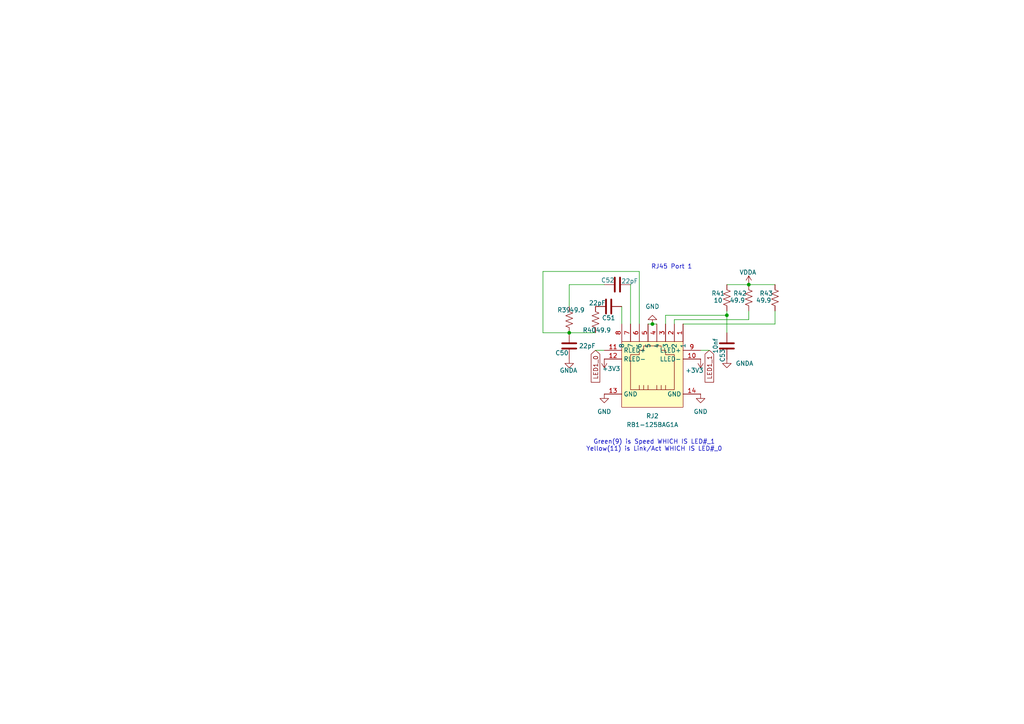
<source format=kicad_sch>
(kicad_sch (version 20250114) (generator "eeschema") (generator_version "9.0")
  (paper "A4")
  (title_block (date "2025-04-01") (rev "1") (company "Bronco Space") (comment 1 "SCALES") (comment 2 "By John Pollak"))
  (lib_symbols
    (symbol "Device:C" (pin_numbers (hide yes)) (pin_names (offset 0.254))
      (property "Reference" "C" (at 0.635 2.54 0))
      (property "Value" "C" (at 0.635 -2.54 0))
      (symbol "C_0_1"
        (polyline (pts (xy -2.032 0.762) (xy 2.032 0.762)) (stroke (width 0.508)))
        (polyline (pts (xy -2.032 -0.762) (xy 2.032 -0.762)) (stroke (width 0.508)))
      )
      (symbol "C_1_1"
        (pin passive line (at 0 3.81 270) (length 2.794) (name "~") (number "1"))
        (pin passive line (at 0 -3.81 90) (length 2.794) (name "~") (number "2"))
      )
    )
    (symbol "Device:R_US" (pin_numbers (hide yes)) (pin_names (offset 0))
      (property "Reference" "R" (at 2.54 0 90))
      (property "Value" "R_US" (at -2.54 0 90))
      (symbol "R_US_0_1"
        (polyline (pts (xy 0 2.286) (xy 0 2.54)))
        (polyline (pts (xy 0 2.286) (xy 1.016 1.905) (xy 0 1.524) (xy -1.016 1.143) (xy 0 0.762)))
        (polyline (pts (xy 0 0.762) (xy 1.016 0.381) (xy 0 0) (xy -1.016 -0.381) (xy 0 -0.762)))
        (polyline (pts (xy 0 -0.762) (xy 1.016 -1.143) (xy 0 -1.524) (xy -1.016 -1.905) (xy 0 -2.286)))
        (polyline (pts (xy 0 -2.286) (xy 0 -2.54)))
      )
      (symbol "R_US_1_1"
        (pin passive line (at 0 3.81 270) (length 1.27) (name "~") (number "1"))
        (pin passive line (at 0 -3.81 90) (length 1.27) (name "~") (number "2"))
      )
    )
    (symbol "easyeda2kicad:RB1-125BAG1A"
      (property "Reference" "RJ" (at 0 12.7 0))
      (property "Value" "RB1-125BAG1A" (at 0 -17.78 0))
      (symbol "RB1-125BAG1A_0_1"
        (rectangle (start -7.62 11.43) (end 10.16 -7.62) (fill (type background)))
        (polyline (pts (xy -2.54 6.35) (xy -2.54 5.08) (xy -2.54 5.08)))
        (polyline (pts (xy -1.27 6.35) (xy -1.27 5.08) (xy -1.27 5.08)))
        (polyline (pts (xy 0 6.35) (xy 0 5.08) (xy 0 5.08)))
        (polyline (pts (xy 2.54 6.35) (xy 2.54 5.08) (xy 2.54 5.08)))
        (polyline (pts (xy 3.81 6.35) (xy 3.81 5.08) (xy 3.81 5.08)))
        (polyline (pts (xy 5.08 6.35) (xy 5.08 5.08) (xy 5.08 5.08)))
        (polyline (pts (xy 7.62 6.35) (xy -5.08 6.35) (xy -5.08 -3.81) (xy -2.54 -3.81) (xy -2.54 -5.08) (xy -1.27 -5.08) (xy -1.27 -5.08) (xy -1.27 -6.35) (xy 3.81 -6.35) (xy 3.81 -5.08) (xy 5.08 -5.08) (xy 5.08 -3.81) (xy 7.62 -3.81) (xy 7.62 6.35) (xy 7.62 5.08)))
        (pin unspecified line (at -12.7 7.62 0) (length 5.08) (name "GND") (number "14"))
        (pin unspecified line (at -12.7 -2.54 0) (length 5.08) (name "LLED-") (number "10"))
        (pin unspecified line (at -12.7 -5.08 0) (length 5.08) (name "LLED+") (number "9"))
        (pin unspecified line (at -7.62 -12.7 90) (length 5.08) (name "1") (number "1"))
        (pin unspecified line (at -5.08 -12.7 90) (length 5.08) (name "2") (number "2"))
        (pin unspecified line (at -2.54 -12.7 90) (length 5.08) (name "3") (number "3"))
        (pin unspecified line (at 0 -12.7 90) (length 5.08) (name "4") (number "4"))
        (pin unspecified line (at 2.54 -12.7 90) (length 5.08) (name "5") (number "5"))
        (pin unspecified line (at 5.08 -12.7 90) (length 5.08) (name "6") (number "6"))
        (pin unspecified line (at 7.62 -12.7 90) (length 5.08) (name "7") (number "7"))
        (pin unspecified line (at 10.16 -12.7 90) (length 5.08) (name "8") (number "8"))
        (pin unspecified line (at 15.24 7.62 180) (length 5.08) (name "GND") (number "13"))
        (pin unspecified line (at 15.24 -2.54 180) (length 5.08) (name "RLED-") (number "12"))
        (pin unspecified line (at 15.24 -5.08 180) (length 5.08) (name "RLED+") (number "11"))
      )
    )
    (symbol "power:+3V3" (power) (pin_numbers (hide yes)) (pin_names (offset 0) (hide yes))
      (property "Value" "+3V3" (at 0 3.556 0))
      (symbol "+3V3_0_1"
        (polyline (pts (xy -0.762 1.27) (xy 0 2.54)))
        (polyline (pts (xy 0 2.54) (xy 0.762 1.27)))
        (polyline (pts (xy 0 0) (xy 0 2.54)))
      )
      (symbol "+3V3_1_1"
        (pin power_in line (at 0 0 90) (length 0) (name "~") (number "1"))
      )
    )
    (symbol "power:GND" (power) (pin_numbers (hide yes)) (pin_names (offset 0) (hide yes))
      (property "Value" "GND" (at 0 -3.81 0))
      (symbol "GND_0_1"
        (polyline (pts (xy 0 0) (xy 0 -1.27) (xy 1.27 -1.27) (xy 0 -2.54) (xy -1.27 -1.27) (xy 0 -1.27)))
      )
      (symbol "GND_1_1"
        (pin power_in line (at 0 0 270) (length 0) (name "~") (number "1"))
      )
    )
    (symbol "power:VPP" (power) (pin_numbers (hide yes)) (pin_names (offset 0) (hide yes))
      (property "Value" "VPP" (at 0 3.556 0))
      (symbol "VPP_0_1"
        (polyline (pts (xy -0.762 1.27) (xy 0 2.54)))
        (polyline (pts (xy 0 2.54) (xy 0.762 1.27)))
        (polyline (pts (xy 0 0) (xy 0 2.54)))
      )
      (symbol "VPP_1_1"
        (pin power_in line (at 0 0 90) (length 0) (name "~") (number "1"))
      )
    )
  )
  (text "RJ45 Port 1" (at 194.818 77.47 0) (effects (font (size 1.27 1.27))))
  (text "Green(9) is Speed WHICH IS LED#_1\nYellow(11) is Link/Act WHICH IS LED#_0\n" (at 189.738 129.286 0) (effects (font (size 1.27 1.27))))
  (junction (at 217.17 82.55))
  (junction (at 165.1 96.52))
  (junction (at 189.23 93.98))
  (junction (at 210.82 91.44))
  (wire (pts (xy 210.82 91.44) (xy 210.82 96.52)))
  (wire (pts (xy 210.82 90.17) (xy 210.82 91.44)))
  (wire (pts (xy 185.42 78.74) (xy 157.48 78.74)))
  (wire (pts (xy 189.23 93.98) (xy 190.5 93.98)))
  (wire (pts (xy 210.82 82.55) (xy 217.17 82.55)))
  (wire (pts (xy 185.42 93.98) (xy 185.42 78.74)))
  (wire (pts (xy 180.34 93.98) (xy 180.34 88.9)))
  (wire (pts (xy 195.58 93.98) (xy 195.58 92.71)))
  (wire (pts (xy 203.2 101.6) (xy 205.74 101.6)))
  (wire (pts (xy 165.1 82.55) (xy 165.1 88.9)))
  (wire (pts (xy 172.72 101.6) (xy 175.26 101.6)))
  (wire (pts (xy 187.96 93.98) (xy 189.23 93.98)))
  (wire (pts (xy 217.17 90.17) (xy 217.17 92.71)))
  (wire (pts (xy 157.48 78.74) (xy 157.48 96.52)))
  (wire (pts (xy 198.12 93.98) (xy 224.79 93.98)))
  (wire (pts (xy 193.04 93.98) (xy 193.04 91.44)))
  (wire (pts (xy 157.48 96.52) (xy 165.1 96.52)))
  (wire (pts (xy 224.79 82.55) (xy 217.17 82.55)))
  (wire (pts (xy 165.1 96.52) (xy 172.72 96.52)))
  (wire (pts (xy 195.58 92.71) (xy 217.17 92.71)))
  (wire (pts (xy 224.79 90.17) (xy 224.79 93.98)))
  (wire (pts (xy 182.88 93.98) (xy 182.88 82.55)))
  (wire (pts (xy 175.26 82.55) (xy 165.1 82.55)))
  (wire (pts (xy 193.04 91.44) (xy 210.82 91.44)))
  (global_label "LED1_1" (shape input) (at 205.74 101.6 270) (property "Intersheetrefs" "${INTERSHEET_REFS}" (effects (hide yes))))
  (global_label "LED1_0" (shape input) (at 172.72 101.6 270) (property "Intersheetrefs" "${INTERSHEET_REFS}" (effects (hide yes))))
  (symbol (lib_id "Device:R_US") (at 210.82 86.36 180) (unit 1)
    (property "Reference" "R41" (at 208.28 85.09 0))
    (property "Value" "10" (at 208.28 87.122 0))
    (property "Footprint" "Resistor_SMD:R_0603_1608Metric" (effects (hide yes)))
    (property "Description" "Resistor, US symbol" (effects (hide yes)))
  )
  (symbol (lib_id "Device:R_US") (at 224.79 86.36 180) (unit 1)
    (property "Reference" "R43" (at 222.25 85.09 0))
    (property "Value" "49.9" (at 221.488 87.122 0))
    (property "Footprint" "Resistor_SMD:R_0603_1608Metric" (effects (hide yes)))
    (property "Description" "Resistor, US symbol" (effects (hide yes)))
  )
  (symbol (lib_id "Device:C") (at 210.82 100.33 180) (unit 1)
    (property "Reference" "C53" (at 209.55 103.124 90))
    (property "Value" "10nf" (at 207.518 100.33 90))
    (property "Footprint" "Capacitor_SMD:C_0402_1005Metric" (effects (hide yes)))
    (property "Description" "Unpolarized capacitor" (effects (hide yes)))
  )
  (symbol (lib_id "power:+3V3") (at 203.2 104.14 180) (unit 1)
    (property "Reference" "#PWR0114" (effects (hide yes)))
    (property "Value" "+3V3" (at 201.422 107.442 0))
    (property "Description" "Power symbol creates a global label with name \"+3V3\"" (effects (hide yes)))
  )
  (symbol (lib_id "power:GND") (at 175.26 114.3 0) (unit 1)
    (property "Reference" "#PWR0112" (effects (hide yes)))
    (property "Value" "GND" (at 175.26 119.38 0))
    (property "Description" "Power symbol creates a global label with name \"GND\" , ground" (effects (hide yes)))
  )
  (symbol (lib_id "power:+3V3") (at 175.26 104.14 180) (unit 1)
    (property "Reference" "#PWR0111" (effects (hide yes)))
    (property "Value" "+3V3" (at 177.292 106.934 0))
    (property "Description" "Power symbol creates a global label with name \"+3V3\"" (effects (hide yes)))
  )
  (symbol (lib_id "Device:R_US") (at 165.1 92.71 180) (unit 1)
    (property "Reference" "R39" (at 163.576 89.916 0))
    (property "Value" "49.9" (at 167.386 89.916 0))
    (property "Footprint" "Resistor_SMD:R_0603_1608Metric" (effects (hide yes)))
    (property "Description" "Resistor, US symbol" (effects (hide yes)))
  )
  (symbol (lib_id "Device:C") (at 176.53 88.9 90) (unit 1)
    (property "Reference" "C51" (at 176.53 92.202 90))
    (property "Value" "22pF" (at 173.228 87.884 90))
    (property "Footprint" "Capacitor_SMD:C_0402_1005Metric" (effects (hide yes)))
    (property "Description" "Unpolarized capacitor" (effects (hide yes)))
  )
  (symbol (lib_id "power:GND") (at 165.1 104.14 0) (unit 1)
    (property "Reference" "#PWR0110" (effects (hide yes)))
    (property "Value" "GNDA" (at 162.306 107.442 0) (effects (justify left)))
    (property "Description" "Power symbol creates a global label with name \"GND\" , ground" (effects (hide yes)))
  )
  (symbol (lib_id "power:GND") (at 203.2 114.3 0) (unit 1)
    (property "Reference" "#PWR0115" (effects (hide yes)))
    (property "Value" "GND" (at 203.2 119.38 0))
    (property "Description" "Power symbol creates a global label with name \"GND\" , ground" (effects (hide yes)))
  )
  (symbol (lib_id "power:GND") (at 210.82 104.14 0) (unit 1)
    (property "Reference" "#PWR0116" (effects (hide yes)))
    (property "Value" "GNDA" (at 213.36 105.4099 0) (effects (justify left)))
    (property "Description" "Power symbol creates a global label with name \"GND\" , ground" (effects (hide yes)))
  )
  (symbol (lib_id "Device:R_US") (at 217.17 86.36 180) (unit 1)
    (property "Reference" "R42" (at 214.63 85.09 0))
    (property "Value" "49.9" (at 213.868 87.122 0))
    (property "Footprint" "Resistor_SMD:R_0603_1608Metric" (effects (hide yes)))
    (property "Description" "Resistor, US symbol" (effects (hide yes)))
  )
  (symbol (lib_id "power:GND") (at 189.23 93.98 180) (unit 1)
    (property "Reference" "#PWR0113" (effects (hide yes)))
    (property "Value" "GND" (at 189.23 88.9 0))
    (property "Description" "Power symbol creates a global label with name \"GND\" , ground" (effects (hide yes)))
  )
  (symbol (lib_id "easyeda2kicad:RB1-125BAG1A") (at 190.5 106.68 180) (unit 1)
    (property "Reference" "RJ2" (at 189.23 120.65 0))
    (property "Value" "RB1-125BAG1A" (at 189.23 123.19 0))
    (property "Footprint" "easyeda2kicad:RJ45-TH_RB1-125BAG1A" (effects (hide yes)))
    (property "Datasheet" "https://lcsc.com/product-detail/Ethernet-Connectors-Modular-Connectors-RJ45-RJ11_WIZNET-RB1-125BAG1A_C910370.html" (effects (hide yes)))
    (property "LCSC Part" "C910370" (effects (hide yes)))
  )
  (symbol (lib_id "Device:C") (at 179.07 82.55 90) (unit 1)
    (property "Reference" "C52" (at 176.276 81.28 90))
    (property "Value" "22pF" (at 182.626 81.534 90))
    (property "Footprint" "Capacitor_SMD:C_0402_1005Metric" (effects (hide yes)))
    (property "Description" "Unpolarized capacitor" (effects (hide yes)))
  )
  (symbol (lib_id "power:VPP") (at 217.17 82.55 0) (unit 1)
    (property "Reference" "#PWR0117" (effects (hide yes)))
    (property "Value" "VDDA" (at 216.916 78.994 0))
    (property "Description" "Power symbol creates a global label with name \"VPP\"" (effects (hide yes)))
  )
  (symbol (lib_id "Device:C") (at 165.1 100.33 180) (unit 1)
    (property "Reference" "C50" (at 161.036 102.362 0) (effects (justify right)))
    (property "Value" "22pF" (at 167.894 100.33 0) (effects (justify right)))
    (property "Footprint" "Capacitor_SMD:C_0402_1005Metric" (effects (hide yes)))
    (property "Description" "Unpolarized capacitor" (effects (hide yes)))
  )
  (symbol (lib_id "Device:R_US") (at 172.72 92.71 180) (unit 1)
    (property "Reference" "R40" (at 170.942 95.758 0))
    (property "Value" "49.9" (at 175.006 95.758 0))
    (property "Footprint" "Resistor_SMD:R_0603_1608Metric" (effects (hide yes)))
    (property "Description" "Resistor, US symbol" (effects (hide yes)))
  )
)
</source>
